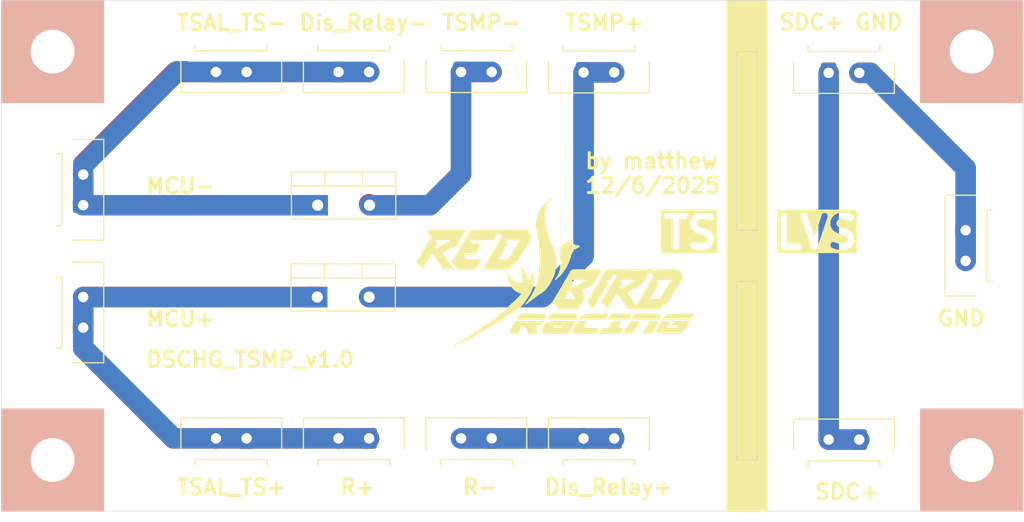
<source format=kicad_pcb>
(kicad_pcb (version 20241229) (generator "pcbnew") (generator_version "9.0")
  (layers (0 "F.Cu" signal) (2 "B.Cu" signal) (13 "F.Paste" user) (15 "B.Paste" user) (5 "F.SilkS" user "F.Silkscreen") (7 "B.SilkS" user "B.Silkscreen") (1 "F.Mask" user) (3 "B.Mask" user) (25 "Edge.Cuts" user))
  (net 0 "")
  (net 1 "Net-(J10-Pin_1)")
  (net 2 "Net-(J1-Pin_1)")
  (net 3 "Net-(J13-Pin_1)")
  (net 4 "Net-(J11-Pin_1)")
  (net 5 "Net-(J3-Pin_1)")
  (net 6 "Net-(J8-Pin_1)")
  (net 7 "Net-(J12-Pin_1)")
  (footprint "Package_TO_SOT_THT:TO-220-2_Vertical" (layer "F.Cu") (at 180.96 90.05)
    (property "Reference" "R1" (hide yes))
    (property "Value" "R")
    (pad "1" thru_hole rect (at 0 0) (size 2 2) (drill 1.1) (layers "*.Cu" "*.Mask") (net 3 "Net-(J13-Pin_1)"))
    (pad "2" thru_hole circle (at 5.08 0) (size 2 2) (drill 1.1) (layers "*.Cu" "*.Mask") (net 2 "Net-(J1-Pin_1)"))
  )
  (footprint "Connector_Molex:Molex_Micro-Fit_3.0_43650-0215_1x02_P3.00mm_Vertical" (layer "F.Cu") (at 174 112.88 180)
    (property "Reference" "J14" (hide yes))
    (property "Value" "TSAL_TS+")
    (pad "" np_thru_hole circle (at -3 -1.96 180) (size 1.27 1.27) (drill 1.27) (layers "*.Cu" "*.Mask"))
    (pad "" np_thru_hole circle (at 6 -1.96 180) (size 1.27 1.27) (drill 1.27) (layers "*.Cu" "*.Mask"))
    (pad "1" thru_hole roundrect (at 0 0 180) (size 1.5 2.02) (drill 1.02) (layers "*.Cu" "*.Mask") (roundrect_rratio 0.166667) (net 1 "Net-(J10-Pin_1)"))
    (pad "2" thru_hole oval (at 3 0 180) (size 1.5 2.02) (drill 1.02) (layers "*.Cu" "*.Mask") (net 1 "Net-(J10-Pin_1)"))
  )
  (footprint "Connector_Molex:Molex_Micro-Fit_3.0_43650-0215_1x02_P3.00mm_Vertical" (layer "F.Cu") (at 244.415 92.5 -90)
    (property "Reference" "J12" (hide yes))
    (property "Value" "Relay_GND")
    (pad "" np_thru_hole circle (at -3 -1.96 270) (size 1.27 1.27) (drill 1.27) (layers "*.Cu" "*.Mask"))
    (pad "" np_thru_hole circle (at 6 -1.96 270) (size 1.27 1.27) (drill 1.27) (layers "*.Cu" "*.Mask"))
    (pad "1" thru_hole roundrect (at 0 0 270) (size 1.5 2.02) (drill 1.02) (layers "*.Cu" "*.Mask") (roundrect_rratio 0.166667) (net 7 "Net-(J12-Pin_1)"))
    (pad "2" thru_hole oval (at 3 0 270) (size 1.5 2.02) (drill 1.02) (layers "*.Cu" "*.Mask") (net 7 "Net-(J12-Pin_1)"))
  )
  (footprint "MountingHole:MountingHole_4.3mm_M4" (layer "F.Cu") (at 155 115)
    (property "Reference" "H1" (hide yes))
    (property "Value" "MountingHole")
    (pad "" np_thru_hole circle (at 0 0) (size 4.3 4.3) (drill 4.3) (layers "*.Cu" "*.Mask"))
  )
  (footprint "Connector_Molex:Molex_Micro-Fit_3.0_43650-0215_1x02_P3.00mm_Vertical" (layer "F.Cu") (at 207 77.04)
    (property "Reference" "J3" (hide yes))
    (property "Value" "TSMP+")
    (pad "" np_thru_hole circle (at -3 -1.96) (size 1.27 1.27) (drill 1.27) (layers "*.Cu" "*.Mask"))
    (pad "" np_thru_hole circle (at 6 -1.96) (size 1.27 1.27) (drill 1.27) (layers "*.Cu" "*.Mask"))
    (pad "1" thru_hole roundrect (at 0 0) (size 1.5 2.02) (drill 1.02) (layers "*.Cu" "*.Mask") (roundrect_rratio 0.166667) (net 5 "Net-(J3-Pin_1)"))
    (pad "2" thru_hole oval (at 3 0) (size 1.5 2.02) (drill 1.02) (layers "*.Cu" "*.Mask") (net 5 "Net-(J3-Pin_1)"))
  )
  (footprint "Connector_Molex:Molex_Micro-Fit_3.0_43650-0215_1x02_P3.00mm_Vertical" (layer "F.Cu") (at 234 113 180)
    (property "Reference" "J8" (hide yes))
    (property "Value" "SDC+")
    (pad "" np_thru_hole circle (at -3 -1.96 180) (size 1.27 1.27) (drill 1.27) (layers "*.Cu" "*.Mask"))
    (pad "" np_thru_hole circle (at 6 -1.96 180) (size 1.27 1.27) (drill 1.27) (layers "*.Cu" "*.Mask"))
    (pad "1" thru_hole roundrect (at 0 0 180) (size 1.5 2.02) (drill 1.02) (layers "*.Cu" "*.Mask") (roundrect_rratio 0.166667) (net 6 "Net-(J8-Pin_1)"))
    (pad "2" thru_hole oval (at 3 0 180) (size 1.5 2.02) (drill 1.02) (layers "*.Cu" "*.Mask") (net 6 "Net-(J8-Pin_1)"))
  )
  (footprint "Material:29x15" (layer "F.Cu") (at 204.5 96.5)
    (property "Reference" "G***" (hide yes))
    (property "Value" "LOGO" (hide yes))
  )
  (footprint "Connector_Molex:Molex_Micro-Fit_3.0_43650-0215_1x02_P3.00mm_Vertical" (layer "F.Cu") (at 158 102.04 90)
    (property "Reference" "J7" (hide yes))
    (property "Value" "HV+")
    (pad "" np_thru_hole circle (at -3 -1.96 90) (size 1.27 1.27) (drill 1.27) (layers "*.Cu" "*.Mask"))
    (pad "" np_thru_hole circle (at 6 -1.96 90) (size 1.27 1.27) (drill 1.27) (layers "*.Cu" "*.Mask"))
    (pad "1" thru_hole roundrect (at 0 0 90) (size 1.5 2.02) (drill 1.02) (layers "*.Cu" "*.Mask") (roundrect_rratio 0.166667) (net 1 "Net-(J10-Pin_1)"))
    (pad "2" thru_hole oval (at 3 0 90) (size 1.5 2.02) (drill 1.02) (layers "*.Cu" "*.Mask") (net 1 "Net-(J10-Pin_1)"))
  )
  (footprint "Connector_Molex:Molex_Micro-Fit_3.0_43650-0215_1x02_P3.00mm_Vertical" (layer "F.Cu") (at 158 90.04 90)
    (property "Reference" "J6" (hide yes))
    (property "Value" "HV-")
    (pad "" np_thru_hole circle (at -3 -1.96 90) (size 1.27 1.27) (drill 1.27) (layers "*.Cu" "*.Mask"))
    (pad "" np_thru_hole circle (at 6 -1.96 90) (size 1.27 1.27) (drill 1.27) (layers "*.Cu" "*.Mask"))
    (pad "1" thru_hole roundrect (at 0 0 90) (size 1.5 2.02) (drill 1.02) (layers "*.Cu" "*.Mask") (roundrect_rratio 0.166667) (net 3 "Net-(J13-Pin_1)"))
    (pad "2" thru_hole oval (at 3 0 90) (size 1.5 2.02) (drill 1.02) (layers "*.Cu" "*.Mask") (net 3 "Net-(J13-Pin_1)"))
  )
  (footprint "Connector_Molex:Molex_Micro-Fit_3.0_43650-0215_1x02_P3.00mm_Vertical" (layer "F.Cu") (at 195 77)
    (property "Reference" "J1" (hide yes))
    (property "Value" "TSMP-")
    (pad "" np_thru_hole circle (at -3 -1.96) (size 1.27 1.27) (drill 1.27) (layers "*.Cu" "*.Mask"))
    (pad "" np_thru_hole circle (at 6 -1.96) (size 1.27 1.27) (drill 1.27) (layers "*.Cu" "*.Mask"))
    (pad "1" thru_hole roundrect (at 0 0) (size 1.5 2.02) (drill 1.02) (layers "*.Cu" "*.Mask") (roundrect_rratio 0.166667) (net 2 "Net-(J1-Pin_1)"))
    (pad "2" thru_hole oval (at 3 0) (size 1.5 2.02) (drill 1.02) (layers "*.Cu" "*.Mask") (net 2 "Net-(J1-Pin_1)"))
  )
  (footprint "Connector_Molex:Molex_Micro-Fit_3.0_43650-0215_1x02_P3.00mm_Vertical" (layer "F.Cu") (at 171 77)
    (property "Reference" "J13" (hide yes))
    (property "Value" "TSAL_TS-")
    (pad "" np_thru_hole circle (at -3 -1.96) (size 1.27 1.27) (drill 1.27) (layers "*.Cu" "*.Mask"))
    (pad "" np_thru_hole circle (at 6 -1.96) (size 1.27 1.27) (drill 1.27) (layers "*.Cu" "*.Mask"))
    (pad "1" thru_hole roundrect (at 0 0) (size 1.5 2.02) (drill 1.02) (layers "*.Cu" "*.Mask") (roundrect_rratio 0.166667) (net 3 "Net-(J13-Pin_1)"))
    (pad "2" thru_hole oval (at 3 0) (size 1.5 2.02) (drill 1.02) (layers "*.Cu" "*.Mask") (net 3 "Net-(J13-Pin_1)"))
  )
  (footprint "MountingHole:MountingHole_4.3mm_M4" (layer "F.Cu") (at 245 75)
    (property "Reference" "H3" (hide yes))
    (property "Value" "MountingHole")
    (pad "" np_thru_hole circle (at 0 0) (size 4.3 4.3) (drill 4.3) (layers "*.Cu" "*.Mask"))
  )
  (footprint "Connector_Molex:Molex_Micro-Fit_3.0_43650-0215_1x02_P3.00mm_Vertical" (layer "F.Cu") (at 198 112.88 180)
    (property "Reference" "J11" (hide yes))
    (property "Value" "R-")
    (pad "" np_thru_hole circle (at -3 -1.96 180) (size 1.27 1.27) (drill 1.27) (layers "*.Cu" "*.Mask"))
    (pad "" np_thru_hole circle (at 6 -1.96 180) (size 1.27 1.27) (drill 1.27) (layers "*.Cu" "*.Mask"))
    (pad "1" thru_hole roundrect (at 0 0 180) (size 1.5 2.02) (drill 1.02) (layers "*.Cu" "*.Mask") (roundrect_rratio 0.166667) (net 4 "Net-(J11-Pin_1)"))
    (pad "2" thru_hole oval (at 3 0 180) (size 1.5 2.02) (drill 1.02) (layers "*.Cu" "*.Mask") (net 4 "Net-(J11-Pin_1)"))
  )
  (footprint "Connector_Molex:Molex_Micro-Fit_3.0_43650-0215_1x02_P3.00mm_Vertical" (layer "F.Cu") (at 186 112.88 180)
    (property "Reference" "J10" (hide yes))
    (property "Value" "R+")
    (pad "" np_thru_hole circle (at -3 -1.96 180) (size 1.27 1.27) (drill 1.27) (layers "*.Cu" "*.Mask"))
    (pad "" np_thru_hole circle (at 6 -1.96 180) (size 1.27 1.27) (drill 1.27) (layers "*.Cu" "*.Mask"))
    (pad "1" thru_hole roundrect (at 0 0 180) (size 1.5 2.02) (drill 1.02) (layers "*.Cu" "*.Mask") (roundrect_rratio 0.166667) (net 1 "Net-(J10-Pin_1)"))
    (pad "2" thru_hole oval (at 3 0 180) (size 1.5 2.02) (drill 1.02) (layers "*.Cu" "*.Mask") (net 1 "Net-(J10-Pin_1)"))
  )
  (footprint "Connector_Molex:Molex_Micro-Fit_3.0_43650-0215_1x02_P3.00mm_Vertical" (layer "F.Cu") (at 183 77)
    (property "Reference" "J2" (hide yes))
    (property "Value" "Dis_Relay-")
    (pad "" np_thru_hole circle (at -3 -1.96) (size 1.27 1.27) (drill 1.27) (layers "*.Cu" "*.Mask"))
    (pad "" np_thru_hole circle (at 6 -1.96) (size 1.27 1.27) (drill 1.27) (layers "*.Cu" "*.Mask"))
    (pad "1" thru_hole roundrect (at 0 0) (size 1.5 2.02) (drill 1.02) (layers "*.Cu" "*.Mask") (roundrect_rratio 0.166667) (net 3 "Net-(J13-Pin_1)"))
    (pad "2" thru_hole oval (at 3 0) (size 1.5 2.02) (drill 1.02) (layers "*.Cu" "*.Mask") (net 3 "Net-(J13-Pin_1)"))
  )
  (footprint "MountingHole:MountingHole_4.3mm_M4" (layer "F.Cu") (at 245 115)
    (property "Reference" "H4" (hide yes))
    (property "Value" "MountingHole")
    (pad "" np_thru_hole circle (at 0 0) (size 4.3 4.3) (drill 4.3) (layers "*.Cu" "*.Mask"))
  )
  (footprint "Connector_Molex:Molex_Micro-Fit_3.0_43650-0215_1x02_P3.00mm_Vertical" (layer "F.Cu") (at 231 77.085)
    (property "Reference" "J9" (hide yes))
    (property "Value" "SDC+&Relay_GND")
    (pad "" np_thru_hole circle (at -3 -1.96) (size 1.27 1.27) (drill 1.27) (layers "*.Cu" "*.Mask"))
    (pad "" np_thru_hole circle (at 6 -1.96) (size 1.27 1.27) (drill 1.27) (layers "*.Cu" "*.Mask"))
    (pad "1" thru_hole roundrect (at 0 0) (size 1.5 2.02) (drill 1.02) (layers "*.Cu" "*.Mask") (roundrect_rratio 0.166667) (net 6 "Net-(J8-Pin_1)"))
    (pad "2" thru_hole oval (at 3 0) (size 1.5 2.02) (drill 1.02) (layers "*.Cu" "*.Mask") (net 7 "Net-(J12-Pin_1)"))
  )
  (footprint "MountingHole:MountingHole_4.3mm_M4" (layer "F.Cu") (at 155 75)
    (property "Reference" "H2" (hide yes))
    (property "Value" "MountingHole")
    (pad "" np_thru_hole circle (at 0 0) (size 4.3 4.3) (drill 4.3) (layers "*.Cu" "*.Mask"))
  )
  (footprint "Connector_Molex:Molex_Micro-Fit_3.0_43650-0215_1x02_P3.00mm_Vertical" (layer "F.Cu") (at 210 112.89 180)
    (property "Reference" "J5" (hide yes))
    (property "Value" "Dis_Relay+")
    (pad "" np_thru_hole circle (at -3 -1.96 180) (size 1.27 1.27) (drill 1.27) (layers "*.Cu" "*.Mask"))
    (pad "" np_thru_hole circle (at 6 -1.96 180) (size 1.27 1.27) (drill 1.27) (layers "*.Cu" "*.Mask"))
    (pad "1" thru_hole roundrect (at 0 0 180) (size 1.5 2.02) (drill 1.02) (layers "*.Cu" "*.Mask") (roundrect_rratio 0.166667) (net 4 "Net-(J11-Pin_1)"))
    (pad "2" thru_hole oval (at 3 0 180) (size 1.5 2.02) (drill 1.02) (layers "*.Cu" "*.Mask") (net 4 "Net-(J11-Pin_1)"))
  )
  (footprint "Package_TO_SOT_THT:TO-220-2_Vertical" (layer "F.Cu") (at 180.92 99.04)
    (property "Reference" "R2" (hide yes))
    (property "Value" "R")
    (pad "1" thru_hole rect (at 0 0) (size 2 2) (drill 1.1) (layers "*.Cu" "*.Mask") (net 1 "Net-(J10-Pin_1)"))
    (pad "2" thru_hole circle (at 5.08 0) (size 2 2) (drill 1.1) (layers "*.Cu" "*.Mask") (net 5 "Net-(J3-Pin_1)"))
  )
  (gr_rect (start 150 70) (end 160 80) (stroke (width 0.1)) (fill yes) (layer "F.SilkS"))
  (gr_rect (start 150 110) (end 160 120) (stroke (width 0.1)) (fill yes) (layer "F.SilkS"))
  (gr_rect (start 240 70) (end 250 80) (stroke (width 0.1)) (fill yes) (layer "F.SilkS"))
  (gr_rect (start 221 70) (end 225 120) (stroke (width 0.05)) (fill yes) (layer "F.SilkS"))
  (gr_rect (start 240 110) (end 250 120) (stroke (width 0.1)) (fill yes) (layer "F.SilkS"))
  (gr_rect (start 240 110) (end 250 120) (stroke (width 0.1)) (fill yes) (layer "B.SilkS"))
  (gr_rect (start 150 70) (end 160 80) (stroke (width 0.1)) (fill yes) (layer "B.SilkS"))
  (gr_rect (start 240 70) (end 250 80) (stroke (width 0.1)) (fill yes) (layer "B.SilkS"))
  (gr_rect (start 150 110) (end 160 120) (stroke (width 0.1)) (fill yes) (layer "B.SilkS"))
  (gr_rect (start 222 75) (end 224 92.5) (stroke (width 0.05)) (fill no) (layer "Edge.Cuts"))
  (gr_rect (start 222 97.5) (end 224 115) (stroke (width 0.05)) (fill no) (layer "Edge.Cuts"))
  (gr_rect (start 150 70) (end 250.0254 120) (stroke (width 0.05)) (fill no) (layer "Edge.Cuts"))
  (gr_text "R-" (at 195 118.54 0) (layer "F.SilkS") (effects (font (size 1.5 1.5) (thickness 0.3) (bold yes)) (justify left bottom)))
  (gr_text "Dis_Relay-" (at 179 73.04 0) (layer "F.SilkS") (effects (font (size 1.5 1.5) (thickness 0.3) (bold yes)) (justify left bottom)))
  (gr_text "TSAL_TS-" (at 167 73.04 0) (layer "F.SilkS") (effects (font (size 1.5 1.5) (thickness 0.3) (bold yes)) (justify left bottom)))
  (gr_text "MCU+\n" (at 164 102.04 0) (layer "F.SilkS") (effects (font (size 1.5 1.5) (thickness 0.3) (bold yes)) (justify left bottom)))
  (gr_text "SDC+ GND" (at 226 73 0) (layer "F.SilkS") (effects (font (size 1.5 1.5) (thickness 0.3) (bold yes)) (justify left bottom)))
  (gr_text "R+" (at 183 118.54 0) (layer "F.SilkS") (effects (font (size 1.5 1.5) (thickness 0.3) (bold yes)) (justify left bottom)))
  (gr_text "MCU-" (at 164 89.04 0) (layer "F.SilkS") (effects (font (size 1.5 1.5) (thickness 0.3) (bold yes)) (justify left bottom)))
  (gr_text "GND" (at 241.5 102 0) (layer "F.SilkS") (effects (font (size 1.5 1.5) (thickness 0.3) (bold yes)) (justify left bottom)))
  (gr_text "DSCHG_TSMP_v1.0" (at 164 106.04 0) (layer "F.SilkS") (effects (font (size 1.5 1.5) (thickness 0.3) (bold yes)) (justify left bottom)))
  (gr_text "LVS" (at 225.5 94.5 0) (layer "F.SilkS" knockout) (effects (font (size 3 3) (thickness 0.6) (bold yes)) (justify left bottom)))
  (gr_text "TS" (at 214.5 94.5 0) (layer "F.SilkS" knockout) (effects (font (size 3 3) (thickness 0.6) (bold yes)) (justify left bottom)))
  (gr_text "TSMP-" (at 193 73.04 0) (layer "F.SilkS") (effects (font (size 1.5 1.5) (thickness 0.3) (bold yes)) (justify left bottom)))
  (gr_text "TSMP+" (at 205 73.04 0) (layer "F.SilkS") (effects (font (size 1.5 1.5) (thickness 0.3) (bold yes)) (justify left bottom)))
  (gr_text "SDC+" (at 229.5 119 0) (layer "F.SilkS") (effects (font (size 1.5 1.5) (thickness 0.3) (bold yes)) (justify left bottom)))
  (gr_text "TSAL_TS+" (at 167 118.54 0) (layer "F.SilkS") (effects (font (size 1.5 1.5) (thickness 0.3) (bold yes)) (justify left bottom)))
  (gr_text "Dis_Relay+" (at 203 118.54 0) (layer "F.SilkS") (effects (font (size 1.5 1.5) (thickness 0.3) (bold yes)) (justify left bottom)))
  (gr_text "by matthew\n12/6/2025" (at 207 89 0) (layer "F.SilkS") (effects (font (size 1.5 1.5) (thickness 0.3) (bold yes)) (justify left bottom)))
  (segment (start 158 104.04) (end 166.84 112.88) (width 2) (layer "F.Cu") (net 1))
  (segment (start 158 104.04) (end 158 102.04) (width 2) (layer "F.Cu") (net 1))
  (segment (start 180.92 99.04) (end 158 99.04) (width 2) (layer "F.Cu") (net 1))
  (segment (start 158 102.04) (end 158 99.04) (width 2) (layer "F.Cu") (net 1))
  (segment (start 171 112.88) (end 166.84 112.88) (width 2) (layer "F.Cu") (net 1))
  (segment (start 183 112.88) (end 174 112.88) (width 2) (layer "F.Cu") (net 1))
  (segment (start 186 112.88) (end 183 112.88) (width 2) (layer "F.Cu") (net 1))
  (segment (start 171 112.88) (end 174 112.88) (width 2) (layer "F.Cu") (net 1))
  (segment (start 166.88 112.88) (end 158 104) (width 2) (layer "B.Cu") (net 1))
  (segment (start 180.92 99.04) (end 158 99.04) (width 2) (layer "B.Cu") (net 1))
  (segment (start 158 104) (end 158 99.04) (width 2) (layer "B.Cu") (net 1))
  (segment (start 186 112.88) (end 166.88 112.88) (width 2) (layer "B.Cu") (net 1))
  (segment (start 186 89.95) (end 186.04 89.99) (width 2) (layer "F.Cu") (net 2))
  (segment (start 198 77) (end 195 77) (width 2) (layer "F.Cu") (net 2))
  (segment (start 195 87) (end 191.95 90.05) (width 2) (layer "F.Cu") (net 2))
  (segment (start 195 77) (end 195 87) (width 2) (layer "F.Cu") (net 2))
  (segment (start 191.95 90.05) (end 186.04 90.05) (width 2) (layer "F.Cu") (net 2))
  (segment (start 195 87) (end 191.95 90.05) (width 2) (layer "B.Cu") (net 2))
  (segment (start 198 77) (end 195 77) (width 2) (layer "B.Cu") (net 2))
  (segment (start 191.95 90.05) (end 186.04 90.05) (width 2) (layer "B.Cu") (net 2))
  (segment (start 195 77) (end 195 87) (width 2) (layer "B.Cu") (net 2))
  (segment (start 158 90.04) (end 158 87.04) (width 2) (layer "F.Cu") (net 3))
  (segment (start 174 77) (end 171 77) (width 2) (layer "F.Cu") (net 3))
  (segment (start 158 86.04) (end 167.04 77) (width 2) (layer "F.Cu") (net 3))
  (segment (start 186 77) (end 183 77) (width 2) (layer "F.Cu") (net 3))
  (segment (start 183 77) (end 174 77) (width 2) (layer "F.Cu") (net 3))
  (segment (start 180.96 90.05) (end 158.01 90.05) (width 2) (layer "F.Cu") (net 3))
  (segment (start 158.01 90.05) (end 158 90.04) (width 2) (layer "F.Cu") (net 3))
  (segment (start 171 77) (end 167.04 77) (width 2) (layer "F.Cu") (net 3))
  (segment (start 158 86.04) (end 158 87.04) (width 2) (layer "F.Cu") (net 3))
  (segment (start 186 77) (end 171 77) (width 2) (layer "B.Cu") (net 3))
  (segment (start 158 90.04) (end 158 86.144793) (width 2) (layer "B.Cu") (net 3))
  (segment (start 167.218793 76.926) (end 168 76.926) (width 2) (layer "B.Cu") (net 3))
  (segment (start 180.96 90.05) (end 158.01 90.05) (width 2) (layer "B.Cu") (net 3))
  (segment (start 174 77) (end 171 77) (width 2) (layer "B.Cu") (net 3))
  (segment (start 158 86.144793) (end 167.218793 76.926) (width 2) (layer "B.Cu") (net 3))
  (segment (start 168 76.926) (end 168.074 77) (width 2) (layer "B.Cu") (net 3))
  (segment (start 168.074 77) (end 171 77) (width 2) (layer "B.Cu") (net 3))
  (segment (start 158.01 90.05) (end 158 90.04) (width 2) (layer "B.Cu") (net 3))
  (segment (start 195 112.88) (end 198 112.88) (width 2) (layer "F.Cu") (net 4))
  (segment (start 206.99 112.88) (end 207 112.89) (width 2) (layer "F.Cu") (net 4))
  (segment (start 198 112.88) (end 206.99 112.88) (width 2) (layer "F.Cu") (net 4))
  (segment (start 207 112.89) (end 210 112.89) (width 2) (layer "F.Cu") (net 4))
  (segment (start 210 112.89) (end 195.01 112.89) (width 2) (layer "B.Cu") (net 4))
  (segment (start 195.01 112.89) (end 195 112.88) (width 2) (layer "B.Cu") (net 4))
  (segment (start 210 77.04) (end 207 77.04) (width 2) (layer "F.Cu") (net 5))
  (segment (start 203 99.04) (end 207 95.04) (width 2) (layer "F.Cu") (net 5))
  (segment (start 207 95.04) (end 207 77.04) (width 2) (layer "F.Cu") (net 5))
  (segment (start 186 99.04) (end 203 99.04) (width 2) (layer "F.Cu") (net 5))
  (segment (start 207 77.04) (end 207 95) (width 2) (layer "B.Cu") (net 5))
  (segment (start 207 95) (end 202.96 99.04) (width 2) (layer "B.Cu") (net 5))
  (segment (start 202.96 99.04) (end 186 99.04) (width 2) (layer "B.Cu") (net 5))
  (segment (start 210 77.04) (end 207 77.04) (width 2) (layer "B.Cu") (net 5))
  (segment (start 231 113) (end 234 113) (width 2) (layer "F.Cu") (net 6))
  (segment (start 231 113) (end 231 77.085) (width 2) (layer "F.Cu") (net 6))
  (segment (start 231 113) (end 231 77.085) (width 2) (layer "B.Cu") (net 6))
  (segment (start 234 113) (end 231 113) (width 2) (layer "B.Cu") (net 6))
  (segment (start 234 77.085) (end 235.085 77.085) (width 2) (layer "F.Cu") (net 7))
  (segment (start 244.415 86.415) (end 244.415 92.5) (width 2) (layer "F.Cu") (net 7))
  (segment (start 244.415 95.5) (end 244.415 92.5) (width 2) (layer "F.Cu") (net 7))
  (segment (start 235.085 77.085) (end 244.415 86.415) (width 2) (layer "F.Cu") (net 7))
  (segment (start 244.415 86.415) (end 235.085 77.085) (width 2) (layer "B.Cu") (net 7))
  (segment (start 244.415 95.5) (end 244.415 92.5) (width 2) (layer "B.Cu") (net 7))
  (segment (start 235.085 77.085) (end 234 77.085) (width 2) (layer "B.Cu") (net 7))
  (segment (start 244.415 92.5) (end 244.415 86.415) (width 2) (layer "B.Cu") (net 7))
)
</source>
